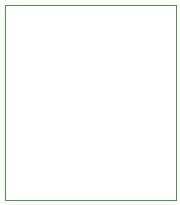
<source format=gbr>
%TF.GenerationSoftware,KiCad,Pcbnew,9.0.2*%
%TF.CreationDate,2025-10-01T12:11:13+03:00*%
%TF.ProjectId,555_flip_flop,3535355f-666c-4697-905f-666c6f702e6b,rev?*%
%TF.SameCoordinates,Original*%
%TF.FileFunction,Profile,NP*%
%FSLAX46Y46*%
G04 Gerber Fmt 4.6, Leading zero omitted, Abs format (unit mm)*
G04 Created by KiCad (PCBNEW 9.0.2) date 2025-10-01 12:11:13*
%MOMM*%
%LPD*%
G01*
G04 APERTURE LIST*
%TA.AperFunction,Profile*%
%ADD10C,0.050000*%
%TD*%
G04 APERTURE END LIST*
D10*
X40750000Y-22250000D02*
X55250000Y-22250000D01*
X55250000Y-38750000D01*
X40750000Y-38750000D01*
X40750000Y-22250000D01*
M02*

</source>
